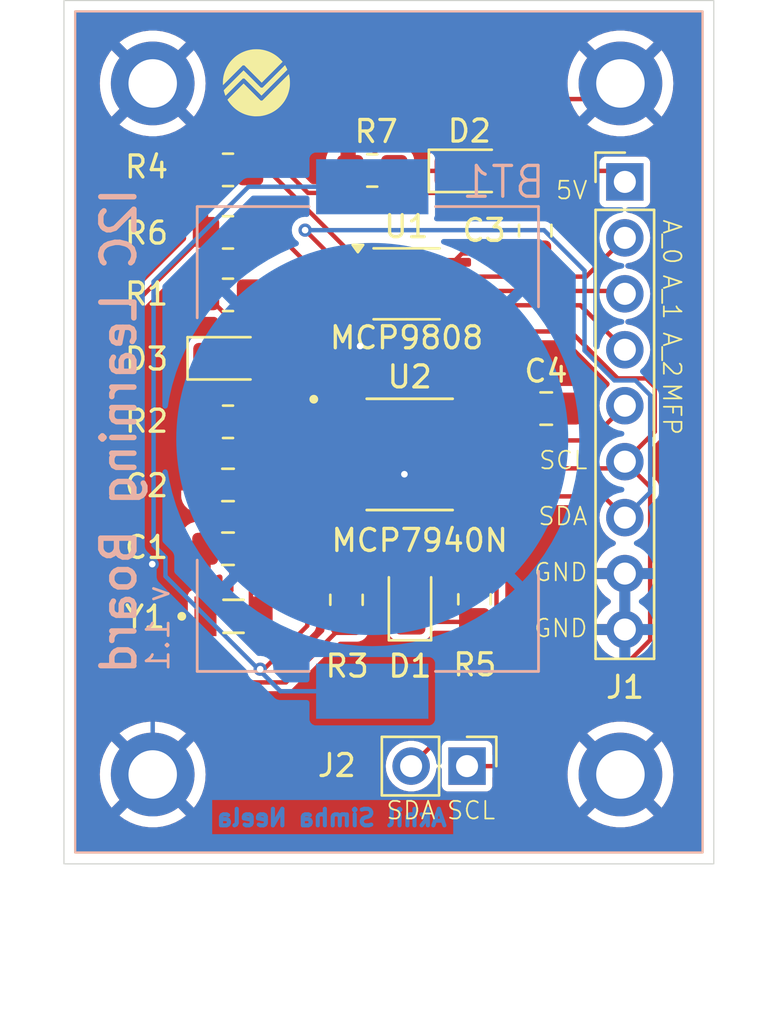
<source format=kicad_pcb>
(kicad_pcb (version 20240108) (generator "pcbnew") (generator_version "8.0")
  (title_block (date "2025-07-18"))
  (layers (0 "F.Cu" signal) (31 "B.Cu" signal) (34 "B.Paste" user) (35 "F.Paste" user) (36 "B.SilkS" user "B.Silkscreen") (37 "F.SilkS" user "F.Silkscreen") (38 "B.Mask" user) (39 "F.Mask" user) (44 "Edge.Cuts" user))
  (net 0 "")
  (net 1 "GND")
  (net 2 "Net-(U2-X1)")
  (net 3 "Net-(U2-X2)")
  (net 4 "MFP")
  (net 5 "Net-(D1-K)")
  (net 6 "+5V")
  (net 7 "Net-(D2-K)")
  (net 8 "Net-(D3-A)")
  (net 9 "Net-(D3-K)")
  (net 10 "Address_0")
  (net 11 "MCU_SCL")
  (net 12 "Address_1")
  (net 13 "MCU_SDA")
  (net 14 "Address_2")
  (net 15 "Net-(U2-VBAT)")
  (net 16 "Net-(U1-V_{DD})")
  (net 17 "Net-(U2-VCC)")
  (footprint "Resistor_SMD:R_0805_2012Metric_Pad1.20x1.40mm_HandSolder" (layer "F.Cu") (at 156.3625 99.3775 90)
    (property "Reference" "R5" (at -2.9725 0.0175 180) (layer "F.SilkS"))
    (property "Value" "150")
    (fp_line (start -0.227064 -0.735) (end 0.227064 -0.735) (stroke (width 0.12)) (layer "F.SilkS"))
    (fp_line (start -0.227064 0.735) (end 0.227064 0.735) (stroke (width 0.12)) (layer "F.SilkS"))
    (pad "1" smd roundrect (at -1 0 90) (size 1.2 1.4) (layers "F.Cu" "F.Paste" "F.Mask") (roundrect_rratio 0.208333) (net 5 "Net-(D1-K)"))
    (pad "2" smd roundrect (at 1 0 90) (size 1.2 1.4) (layers "F.Cu" "F.Paste" "F.Mask") (roundrect_rratio 0.208333) (net 1 "GND"))
  )
  (footprint "MountingHole:MountingHole_2.2mm_M2_DIN965_Pad" (layer "F.Cu") (at 141.75 107.33)
    (property "Reference" "H4" (hide yes))
    (property "Value" "MountingHole_Pad")
    (pad "1" thru_hole circle (at 0 0) (size 3.8 3.8) (drill 2.2) (layers "*.Cu" "*.Mask") (net 1 "GND"))
  )
  (footprint "Capacitor_SMD:C_0805_2012Metric_Pad1.18x1.45mm_HandSolder" (layer "F.Cu") (at 145.17 94.186428)
    (property "Reference" "C2" (at -3.7 0.030712 0) (layer "F.SilkS"))
    (property "Value" "6p")
    (fp_line (start -0.261252 -0.735) (end 0.261252 -0.735) (stroke (width 0.12)) (layer "F.SilkS"))
    (fp_line (start -0.261252 0.735) (end 0.261252 0.735) (stroke (width 0.12)) (layer "F.SilkS"))
    (pad "1" smd roundrect (at -1.0375 0) (size 1.175 1.45) (layers "F.Cu" "F.Paste" "F.Mask") (roundrect_rratio 0.212766) (net 1 "GND"))
    (pad "2" smd roundrect (at 1.0375 0) (size 1.175 1.45) (layers "F.Cu" "F.Paste" "F.Mask") (roundrect_rratio 0.212766) (net 3 "Net-(U2-X2)"))
  )
  (footprint "Resistor_SMD:R_0805_2012Metric_Pad1.20x1.40mm_HandSolder" (layer "F.Cu") (at 145.17 82.720716)
    (property "Reference" "R6" (at -3.7 0.030712 0) (layer "F.SilkS"))
    (property "Value" "10K")
    (fp_line (start -0.227064 -0.735) (end 0.227064 -0.735) (stroke (width 0.12)) (layer "F.SilkS"))
    (fp_line (start -0.227064 0.735) (end 0.227064 0.735) (stroke (width 0.12)) (layer "F.SilkS"))
    (pad "1" smd roundrect (at -1 0) (size 1.2 1.4) (layers "F.Cu" "F.Paste" "F.Mask") (roundrect_rratio 0.208333) (net 6 "+5V"))
    (pad "2" smd roundrect (at 1 0) (size 1.2 1.4) (layers "F.Cu" "F.Paste" "F.Mask") (roundrect_rratio 0.208333) (net 11 "MCU_SCL"))
  )
  (footprint "MountingHole:MountingHole_2.2mm_M2_DIN965_Pad" (layer "F.Cu") (at 141.75 75.96)
    (property "Reference" "H1" (hide yes))
    (property "Value" "MountingHole_Pad")
    (pad "1" thru_hole circle (at 0 0) (size 3.8 3.8) (drill 2.2) (layers "*.Cu" "*.Mask") (net 1 "GND"))
  )
  (footprint "Package_SO:MSOP-8_3x3mm_P0.65mm" (layer "F.Cu") (at 153.28 85.055)
    (property "Reference" "U1" (at -0.01 -2.595 0) (layer "F.SilkS"))
    (property "Value" "MCP9808" (at 0 2.45 0) (layer "F.SilkS"))
    (fp_line (start 0 -1.61) (end -1.5 -1.61) (stroke (width 0.12)) (layer "F.SilkS"))
    (fp_line (start 0 -1.61) (end 1.5 -1.61) (stroke (width 0.12)) (layer "F.SilkS"))
    (fp_line (start 0 1.61) (end -1.5 1.61) (stroke (width 0.12)) (layer "F.SilkS"))
    (fp_line (start 0 1.61) (end 1.5 1.61) (stroke (width 0.12)) (layer "F.SilkS"))
    (fp_poly (pts (xy -2.2125 -1.435) (xy -2.4525 -1.765) (xy -1.9725 -1.765) (xy -2.2125 -1.435)) (stroke (width 0.12)) (fill solid) (layer "F.SilkS"))
    (pad "1" smd roundrect (at -2.1125 -0.975) (size 1.625 0.4) (layers "F.Cu" "F.Paste" "F.Mask") (net 13 "MCU_SDA"))
    (pad "2" smd roundrect (at -2.1125 -0.325) (size 1.625 0.4) (layers "F.Cu" "F.Paste" "F.Mask") (net 11 "MCU_SCL"))
    (pad "3" smd roundrect (at -2.1125 0.325) (size 1.625 0.4) (layers "F.Cu" "F.Paste" "F.Mask") (net 8 "Net-(D3-A)"))
    (pad "4" smd roundrect (at -2.1125 0.975) (size 1.625 0.4) (layers "F.Cu" "F.Paste" "F.Mask") (net 1 "GND"))
    (pad "5" smd roundrect (at 2.1125 0.975) (size 1.625 0.4) (layers "F.Cu" "F.Paste" "F.Mask") (net 14 "Address_2"))
    (pad "6" smd roundrect (at 2.1125 0.325) (size 1.625 0.4) (layers "F.Cu" "F.Paste" "F.Mask") (net 12 "Address_1"))
    (pad "7" smd roundrect (at 2.1125 -0.325) (size 1.625 0.4) (layers "F.Cu" "F.Paste" "F.Mask") (net 10 "Address_0"))
    (pad "8" smd roundrect (at 2.1125 -0.975) (size 1.625 0.4) (layers "F.Cu" "F.Paste" "F.Mask") (net 16 "Net-(U1-V_{DD})"))
  )
  (footprint "Capacitor_SMD:C_0805_2012Metric_Pad1.18x1.45mm_HandSolder" (layer "F.Cu") (at 145.17 97.082856)
    (property "Reference" "C1" (at -3.7 -0.062144 0) (layer "F.SilkS"))
    (property "Value" "6p")
    (fp_line (start -0.261252 -0.735) (end 0.261252 -0.735) (stroke (width 0.12)) (layer "F.SilkS"))
    (fp_line (start -0.261252 0.735) (end 0.261252 0.735) (stroke (width 0.12)) (layer "F.SilkS"))
    (pad "1" smd roundrect (at -1.0375 0) (size 1.175 1.45) (layers "F.Cu" "F.Paste" "F.Mask") (roundrect_rratio 0.212766) (net 1 "GND"))
    (pad "2" smd roundrect (at 1.0375 0) (size 1.175 1.45) (layers "F.Cu" "F.Paste" "F.Mask") (roundrect_rratio 0.212766) (net 2 "Net-(U2-X1)"))
  )
  (footprint "LED_SMD:LED_0805_2012Metric_Pad1.15x1.40mm_HandSolder" (layer "F.Cu") (at 145.1925 88.438572)
    (property "Reference" "D3" (at -3.7225 0.030712 0) (layer "F.SilkS"))
    (property "Value" "ALERT_LED")
    (fp_line (start -1.86 -0.96) (end -1.86 0.96) (stroke (width 0.12)) (layer "F.SilkS"))
    (fp_line (start -1.86 0.96) (end 1 0.96) (stroke (width 0.12)) (layer "F.SilkS"))
    (fp_line (start 1 -0.96) (end -1.86 -0.96) (stroke (width 0.12)) (layer "F.SilkS"))
    (pad "1" smd roundrect (at -1.025 0) (size 1.15 1.4) (layers "F.Cu" "F.Paste" "F.Mask") (roundrect_rratio 0.217391) (net 9 "Net-(D3-K)"))
    (pad "2" smd roundrect (at 1.025 0) (size 1.15 1.4) (layers "F.Cu" "F.Paste" "F.Mask") (roundrect_rratio 0.217391) (net 8 "Net-(D3-A)"))
  )
  (footprint "Connector_PinHeader_2.54mm:PinHeader_1x02_P2.54mm_Vertical" (layer "F.Cu") (at 156.025 106.95 -90)
    (property "Reference" "J2" (at -0.03 5.915 0) (layer "F.SilkS"))
    (property "Value" "Logic Analyzer Connector Pins")
    (fp_line (start -1.33 3.87) (end 1.33 3.87) (stroke (width 0.12)) (layer "F.SilkS"))
    (fp_line (start -1.33 1.27) (end -1.33 3.87) (stroke (width 0.12)) (layer "F.SilkS"))
    (fp_line (start -1.33 1.27) (end 1.33 1.27) (stroke (width 0.12)) (layer "F.SilkS"))
    (fp_line (start 1.33 1.27) (end 1.33 3.87) (stroke (width 0.12)) (layer "F.SilkS"))
    (fp_line (start -1.33 0) (end -1.33 -1.33) (stroke (width 0.12)) (layer "F.SilkS"))
    (fp_line (start -1.33 -1.33) (end 0 -1.33) (stroke (width 0.12)) (layer "F.SilkS"))
    (pad "1" thru_hole rect (at 0 0 270) (size 1.7 1.7) (drill 1) (layers "*.Cu" "*.Mask") (net 11 "MCU_SCL"))
    (pad "2" thru_hole oval (at 0 2.54 270) (size 1.7 1.7) (drill 1) (layers "*.Cu" "*.Mask") (net 13 "MCU_SDA"))
  )
  (footprint "Resistor_SMD:R_0805_2012Metric_Pad1.20x1.40mm_HandSolder" (layer "F.Cu") (at 150.55 99.4 90)
    (property "Reference" "R3" (at -3.01 0.03 0) (layer "F.SilkS"))
    (property "Value" "10K")
    (fp_line (start -0.227064 -0.735) (end 0.227064 -0.735) (stroke (width 0.12)) (layer "F.SilkS"))
    (fp_line (start -0.227064 0.735) (end 0.227064 0.735) (stroke (width 0.12)) (layer "F.SilkS"))
    (pad "1" smd roundrect (at -1 0 90) (size 1.2 1.4) (layers "F.Cu" "F.Paste" "F.Mask") (roundrect_rratio 0.208333) (net 6 "+5V"))
    (pad "2" smd roundrect (at 1 0 90) (size 1.2 1.4) (layers "F.Cu" "F.Paste" "F.Mask") (roundrect_rratio 0.208333) (net 4 "MFP"))
  )
  (footprint "VMK3-9001-32K7680000TR:XTAL_VMK3-9001-32K7680000TR" (layer "F.Cu") (at 145.42 100.149288)
    (property "Reference" "Y1" (at -4.021428 0.030712 0) (layer "F.SilkS"))
    (property "Value" "Crystal" (hide yes))
    (fp_line (start -0.455 -0.75) (end 0.455 -0.75) (stroke (width 0.127)) (layer "F.SilkS"))
    (fp_line (start 0.455 0.75) (end -0.455 0.75) (stroke (width 0.127)) (layer "F.SilkS"))
    (fp_circle (center -2.35 0) (end -2.25 0) (stroke (width 0.2)) (fill none) (layer "F.SilkS"))
    (pad "1" smd rect (at -1.275 0) (size 1 1.8) (layers "F.Cu" "F.Paste" "F.Mask") (net 3 "Net-(U2-X2)"))
    (pad "2" smd rect (at 1.275 0) (size 1 1.8) (layers "F.Cu" "F.Paste" "F.Mask") (net 2 "Net-(U2-X1)"))
  )
  (footprint "Resistor_SMD:R_0805_2012Metric_Pad1.20x1.40mm_HandSolder" (layer "F.Cu") (at 145.17 91.32)
    (property "Reference" "R2" (at -3.7 -0.029288 180) (layer "F.SilkS"))
    (property "Value" "150" (hide yes))
    (fp_line (start -0.227064 -0.735) (end 0.227064 -0.735) (stroke (width 0.12)) (layer "F.SilkS"))
    (fp_line (start -0.227064 0.735) (end 0.227064 0.735) (stroke (width 0.12)) (layer "F.SilkS"))
    (pad "1" smd roundrect (at -1 0) (size 1.2 1.4) (layers "F.Cu" "F.Paste" "F.Mask") (roundrect_rratio 0.208333) (net 9 "Net-(D3-K)"))
    (pad "2" smd roundrect (at 1 0) (size 1.2 1.4) (layers "F.Cu" "F.Paste" "F.Mask") (roundrect_rratio 0.208333) (net 1 "GND"))
  )
  (footprint "Capacitor_SMD:C_0805_2012Metric_Pad1.18x1.45mm_HandSolder" (layer "F.Cu") (at 159.12 82.64 -90)
    (property "Reference" "C3" (at -0.01 2.32 180) (layer "F.SilkS"))
    (property "Value" "0.1u")
    (fp_line (start -0.261252 0.735) (end 0.261252 0.735) (stroke (width 0.12)) (layer "F.SilkS"))
    (fp_line (start -0.261252 -0.735) (end 0.261252 -0.735) (stroke (width 0.12)) (layer "F.SilkS"))
    (pad "1" smd roundrect (at -1.0375 0 270) (size 1.175 1.45) (layers "F.Cu" "F.Paste" "F.Mask") (roundrect_rratio 0.212766) (net 6 "+5V"))
    (pad "2" smd roundrect (at 1.0375 0 270) (size 1.175 1.45) (layers "F.Cu" "F.Paste" "F.Mask") (roundrect_rratio 0.212766) (net 16 "Net-(U1-V_{DD})"))
  )
  (footprint "Resistor_SMD:R_0805_2012Metric_Pad1.20x1.40mm_HandSolder" (layer "F.Cu") (at 145.17 79.884288)
    (property "Reference" "R4" (at -3.7 -0.134288 0) (layer "F.SilkS"))
    (property "Value" "10K")
    (fp_line (start -0.227064 -0.735) (end 0.227064 -0.735) (stroke (width 0.12)) (layer "F.SilkS"))
    (fp_line (start -0.227064 0.735) (end 0.227064 0.735) (stroke (width 0.12)) (layer "F.SilkS"))
    (pad "1" smd roundrect (at -1 0) (size 1.2 1.4) (layers "F.Cu" "F.Paste" "F.Mask") (roundrect_rratio 0.208333) (net 6 "+5V"))
    (pad "2" smd roundrect (at 1 0) (size 1.2 1.4) (layers "F.Cu" "F.Paste" "F.Mask") (roundrect_rratio 0.208333) (net 13 "MCU_SDA"))
  )
  (footprint "LED_SMD:LED_0805_2012Metric_Pad1.15x1.40mm_HandSolder" (layer "F.Cu") (at 153.43375 99.3775 90)
    (property "Reference" "D1" (at -3.0325 0 0) (layer "F.SilkS"))
    (property "Value" "LED")
    (fp_line (start 1 -0.96) (end -1.86 -0.96) (stroke (width 0.12)) (layer "F.SilkS"))
    (fp_line (start -1.86 -0.96) (end -1.86 0.96) (stroke (width 0.12)) (layer "F.SilkS"))
    (fp_line (start -1.86 0.96) (end 1 0.96) (stroke (width 0.12)) (layer "F.SilkS"))
    (pad "1" smd roundrect (at -1.025 0 90) (size 1.15 1.4) (layers "F.Cu" "F.Paste" "F.Mask") (roundrect_rratio 0.217391) (net 5 "Net-(D1-K)"))
    (pad "2" smd roundrect (at 1.025 0 90) (size 1.15 1.4) (layers "F.Cu" "F.Paste" "F.Mask") (roundrect_rratio 0.217391) (net 4 "MFP"))
  )
  (footprint "Resistor_SMD:R_0805_2012Metric_Pad1.20x1.40mm_HandSolder" (layer "F.Cu") (at 145.17 85.557144)
    (property "Reference" "R1" (at -3.7 -0.039288 0) (layer "F.SilkS"))
    (property "Value" "10k")
    (fp_line (start -0.227064 -0.735) (end 0.227064 -0.735) (stroke (width 0.12)) (layer "F.SilkS"))
    (fp_line (start -0.227064 0.735) (end 0.227064 0.735) (stroke (width 0.12)) (layer "F.SilkS"))
    (pad "1" smd roundrect (at -1 0) (size 1.2 1.4) (layers "F.Cu" "F.Paste" "F.Mask") (roundrect_rratio 0.208333) (net 6 "+5V"))
    (pad "2" smd roundrect (at 1 0) (size 1.2 1.4) (layers "F.Cu" "F.Paste" "F.Mask") (roundrect_rratio 0.208333) (net 8 "Net-(D3-A)"))
  )
  (footprint "Resistor_SMD:R_0805_2012Metric_Pad1.20x1.40mm_HandSolder" (layer "F.Cu") (at 151.72 79.91 180)
    (property "Reference" "R7" (at -0.18 1.77 180) (layer "F.SilkS"))
    (property "Value" "150")
    (fp_line (start -0.227064 0.735) (end 0.227064 0.735) (stroke (width 0.12)) (layer "F.SilkS"))
    (fp_line (start -0.227064 -0.735) (end 0.227064 -0.735) (stroke (width 0.12)) (layer "F.SilkS"))
    (pad "1" smd roundrect (at -1 0 180) (size 1.2 1.4) (layers "F.Cu" "F.Paste" "F.Mask") (roundrect_rratio 0.208333) (net 7 "Net-(D2-K)"))
    (pad "2" smd roundrect (at 1 0 180) (size 1.2 1.4) (layers "F.Cu" "F.Paste" "F.Mask") (roundrect_rratio 0.208333) (net 1 "GND"))
  )
  (footprint "Connector_PinHeader_2.54mm:PinHeader_1x09_P2.54mm_Vertical" (layer "F.Cu") (at 163.19 80.43)
    (property "Reference" "J1" (at 0.01 22.94 0) (layer "F.SilkS"))
    (property "Value" "Conn_01x09_Pin")
    (fp_line (start -1.33 -1.33) (end 0 -1.33) (stroke (width 0.12)) (layer "F.SilkS"))
    (fp_line (start -1.33 0) (end -1.33 -1.33) (stroke (width 0.12)) (layer "F.SilkS"))
    (fp_line (start -1.33 1.27) (end -1.33 21.65) (stroke (width 0.12)) (layer "F.SilkS"))
    (fp_line (start -1.33 1.27) (end 1.33 1.27) (stroke (width 0.12)) (layer "F.SilkS"))
    (fp_line (start -1.33 21.65) (end 1.33 21.65) (stroke (width 0.12)) (layer "F.SilkS"))
    (fp_line (start 1.33 1.27) (end 1.33 21.65) (stroke (width 0.12)) (layer "F.SilkS"))
    (pad "1" thru_hole rect (at 0 0) (size 1.7 1.7) (drill 1) (layers "*.Cu" "*.Mask") (net 6 "+5V"))
    (pad "2" thru_hole oval (at 0 2.54) (size 1.7 1.7) (drill 1) (layers "*.Cu" "*.Mask") (net 10 "Address_0"))
    (pad "3" thru_hole oval (at 0 5.08) (size 1.7 1.7) (drill 1) (layers "*.Cu" "*.Mask") (net 12 "Address_1"))
    (pad "4" thru_hole oval (at 0 7.62) (size 1.7 1.7) (drill 1) (layers "*.Cu" "*.Mask") (net 14 "Address_2"))
    (pad "5" thru_hole oval (at 0 10.16) (size 1.7 1.7) (drill 1) (layers "*.Cu" "*.Mask") (net 4 "MFP"))
    (pad "6" thru_hole oval (at 0 12.7) (size 1.7 1.7) (drill 1) (layers "*.Cu" "*.Mask") (net 11 "MCU_SCL"))
    (pad "7" thru_hole oval (at 0 15.24) (size 1.7 1.7) (drill 1) (layers "*.Cu" "*.Mask") (net 13 "MCU_SDA"))
    (pad "8" thru_hole oval (at 0 17.78) (size 1.7 1.7) (drill 1) (layers "*.Cu" "*.Mask") (net 1 "GND"))
    (pad "9" thru_hole oval (at 0 20.32) (size 1.7 1.7) (drill 1) (layers "*.Cu" "*.Mask") (net 1 "GND"))
  )
  (footprint "N_Logo:NLogo.kicad_4mm" (layer "F.Cu") (at 146.46 75.93)
    (property "Reference" "G***" (hide yes))
    (property "Value" "LOGO" (hide yes))
    (fp_poly (pts (xy 1.320774 -0.761145) (xy 1.334532 -0.736435) (xy 1.349506 -0.708294) (xy 1.36456 -0.678956) (xy 1.37856 -0.650657) (xy 1.390371 -0.625634) (xy 1.396137 -0.612649) (xy 1.405287 -0.591298) (xy 0.81765 -0.003651) (xy 0.230012 0.583997) (xy -0.158002 0.195998) (xy -0.546016 -0.192) (xy -0.58196 -0.192) (xy -0.617905 -0.192) (xy -1.00998 0.2) (xy -1.056621 0.246615) (xy -1.101711 0.291652) (xy -1.144927 0.334786) (xy -1.185946 0.375698) (xy -1.224443 0.414063) (xy -1.260096 0.449562) (xy -1.292579 0.481871) (xy -1.321569 0.51067) (xy -1.346743 0.535635) (xy -1.367777 0.556445) (xy -1.384347 0.572778) (xy -1.396128 0.584313) (xy -1.402799 0.590727) (xy -1.404248 0.592) (xy -1.406329 0.588457) (xy -1.410612 0.578692) (xy -1.416565 0.564001) (xy -1.423654 0.545681) (xy -1.427549 0.535322) (xy -1.436023 0.51152) (xy -1.445543 0.483051) (xy -1.455462 0.452019) (xy -1.46513 0.420526) (xy -1.4739 0.390677) (xy -1.481123 0.364574) (xy -1.485339 0.347854) (xy -1.485275 0.34614) (xy -1.484255 0.34362) (xy -1.482029 0.340036) (xy -1.478342 0.335129) (xy -1.472944 0.328638) (xy -1.465582 0.320305) (xy -1.456003 0.30987) (xy -1.443954 0.297074) (xy -1.429185 0.281657) (xy -1.411441 0.263361) (xy -1.390471 0.241925) (xy -1.366023 0.21709) (xy -1.337844 0.188597) (xy -1.305682 0.156186) (xy -1.269284 0.119599) (xy -1.228398 0.078575) (xy -1.182771 0.032855) (xy -1.132152 -0.01782) (xy -1.076288 -0.07371) (xy -1.035873 -0.114128) (xy -0.584022 -0.565966) (xy -0.190963 -0.172983) (xy 0.202095 0.22) (xy 0.240041 0.22) (xy 0.277988 0.22) (xy 0.788144 -0.290145) (xy 1.2983 -0.800289)) (fill solid) (layer "F.SilkS"))
    (fp_poly (pts (xy 0.022726 -1.522132) (xy 0.066877 -1.521384) (xy 0.108362 -1.51989) (xy 0.145409 -1.517652) (xy 0.176 -1.5147) (xy 0.286889 -1.497136) (xy 0.395092 -1.472108) (xy 0.500396 -1.439708) (xy 0.602588 -1.400027) (xy 0.701454 -1.353157) (xy 0.79678 -1.29919) (xy 0.888355 -1.238217) (xy 0.974732 -1.171355) (xy 0.993358 -1.15532) (xy 1.014266 -1.136398) (xy 1.036723 -1.11534) (xy 1.059998 -1.092893) (xy 1.083361 -1.069808) (xy 1.106081 -1.046833) (xy 1.127427 -1.024718) (xy 1.146667 -1.004212) (xy 1.16307 -0.986064) (xy 1.175906 -0.971023) (xy 1.184443 -0.959839) (xy 1.187951 -0.953261) (xy 1.188 -0.952787) (xy 1.185218 -0.949702) (xy 1.177069 -0.941259) (xy 1.163844 -0.927752) (xy 1.145838 -0.909475) (xy 1.123342 -0.886724) (xy 1.096649 -0.859792) (xy 1.066053 -0.828974) (xy 1.031846 -0.794565) (xy 0.99432 -0.756859) (xy 0.95377 -0.716151) (xy 0.910487 -0.672736) (xy 0.864764 -0.626907) (xy 0.816894 -0.578959) (xy 0.76717 -0.529188) (xy 0.715885 -0.477886) (xy 0.71402 -0.476021) (xy 0.240041 -0.002054) (xy -0.153068 -0.395027) (xy -0.546176 -0.788) (xy -0.584082 -0.788) (xy -0.621987 -0.788) (xy -1.070628 -0.339373) (xy -1.519268 0.109254) (xy -1.522181 0.085938) (xy -1.523226 0.0716) (xy -1.523743 0.050721) (xy -1.523777 0.024739) (xy -1.523371 -0.004909) (xy -1.522569 -0.036783) (xy -1.521415 -0.069446) (xy -1.519954 -0.10146) (xy -1.518228 -0.131386) (xy -1.516282 -0.157786) (xy -1.51416 -0.179222) (xy -1.514067 -0.18) (xy -1.496857 -0.289218) (xy -1.471938 -0.396474) (xy -1.439429 -0.501448) (xy -1.399449 -0.603818) (xy -1.35212 -0.703262) (xy -1.297562 -0.799458) (xy -1.262408 -0.854) (xy -1.208204 -0.928609) (xy -1.147352 -1.001965) (xy -1.081201 -1.072693) (xy -1.011102 -1.139417) (xy -0.938405 -1.200762) (xy -0.876733 -1.24684) (xy -0.784357 -1.306895) (xy -0.688199 -1.359951) (xy -0.588532 -1.405902) (xy -0.485634 -1.444643) (xy -0.37978 -1.476069) (xy -0.271244 -1.500074) (xy -0.176 -1.5147) (xy -0.145098 -1.517676) (xy -0.108003 -1.519907) (xy -0.066486 -1.521394) (xy -0.022319 -1.522135)) (fill solid) (layer "F.SilkS"))
    (fp_poly (pts (xy 1.478209 -0.376297) (xy 1.483525 -0.354357) (xy 1.489305 -0.327497) (xy 1.495265 -0.297222) (xy 1.501116 -0.265039) (xy 1.506573 -0.232454) (xy 1.51135 -0.200973) (xy 1.514686 -0.176) (xy 1.517667 -0.145109) (xy 1.519902 -0.108024) (xy 1.521391 -0.066515) (xy 1.522135 -0.022354) (xy 1.522133 0.022688) (xy 1.521386 0.066839) (xy 1.519893 0.10833) (xy 1.517653 0.145389) (xy 1.514699 0.176) (xy 1.497102 0.287226) (xy 1.472047 0.395599) (xy 1.439559 0.50105) (xy 1.399664 0.603508) (xy 1.352388 0.702907) (xy 1.297755 0.799177) (xy 1.262407 0.854) (xy 1.208203 0.928608) (xy 1.147351 1.001964) (xy 1.0812 1.072692) (xy 1.011101 1.139416) (xy 0.938404 1.200761) (xy 0.876732 1.246839) (xy 0.784713 1.306639) (xy 0.68871 1.359608) (xy 0.589178 1.405573) (xy 0.48657 1.444358) (xy 0.38134 1.475791) (xy 0.273943 1.499697) (xy 0.18 1.514126) (xy 0.161813 1.515874) (xy 0.137585 1.517511) (xy 0.108791 1.518998) (xy 0.076906 1.520298) (xy 0.043403 1.52137) (xy 0.009759 1.522179) (xy -0.022552 1.522684) (xy -0.052057 1.522848) (xy -0.077279 1.522633) (xy -0.096745 1.522) (xy -0.104 1.521502) (xy -0.201664 1.510549) (xy -0.293507 1.495561) (xy -0.380805 1.476197) (xy -0.464834 1.452119) (xy -0.546868 1.422987) (xy -0.628183 1.388461) (xy -0.66 1.373448) (xy -0.749106 1.327045) (xy -0.83221 1.276921) (xy -0.910662 1.222102) (xy -0.985814 1.161618) (xy -1.059016 1.094498) (xy -1.08823 1.065394) (xy -1.13441 1.016204) (xy -1.179153 0.964398) (xy -1.221258 0.911512) (xy -1.259526 0.859084) (xy -1.292756 0.808648) (xy -1.305979 0.78661) (xy -1.317217 0.767221) (xy -0.949512 0.399516) (xy -0.581807 0.031811) (xy -0.1943 0.419905) (xy 0.193206 0.808) (xy 0.229598 0.808) (xy 0.26599 0.808) (xy 0.868809 0.20519) (xy 0.945694 0.128343) (xy 1.017538 0.05661) (xy 1.084297 -0.009968) (xy 1.145932 -0.071348) (xy 1.202399 -0.127491) (xy 1.253657 -0.178353) (xy 1.299664 -0.223894) (xy 1.340377 -0.264073) (xy 1.375756 -0.298849) (xy 1.405757 -0.328178) (xy 1.43034 -0.352021) (xy 1.449461 -0.370337) (xy 1.46308 -0.383082) (xy 1.471154 -0.390217) (xy 1.473645 -0.39181)) (fill solid) (layer "F.SilkS"))
  )
  (footprint "MountingHole:MountingHole_2.2mm_M2_DIN965_Pad" (layer "F.Cu") (at 162.99 107.33)
    (property "Reference" "H3" (hide yes))
    (property "Value" "MountingHole_Pad")
    (pad "1" thru_hole circle (at 0 0) (size 3.8 3.8) (drill 2.2) (layers "*.Cu" "*.Mask") (net 1 "GND"))
  )
  (footprint "MCP7940N-I_SN:SOIC127P600X175-8N" (layer "F.Cu") (at 153.42 92.8)
    (property "Reference" "U2" (at 0 -3.52 0) (layer "F.SilkS"))
    (property "Value" "MCP7940N" (at 0.455 3.905 0) (layer "F.SilkS"))
    (fp_line (start -1.95 -2.525) (end 1.95 -2.525) (stroke (width 0.127)) (layer "F.SilkS"))
    (fp_line (start -1.95 2.525) (end 1.95 2.525) (stroke (width 0.127)) (layer "F.SilkS"))
    (fp_circle (center -4.355 -2.505) (end -4.255 -2.505) (stroke (width 0.2)) (fill none) (layer "F.SilkS"))
    (pad "1" smd roundrect (at -2.455 -1.905) (size 1.9 0.6) (layers "F.Cu" "F.Paste" "F.Mask") (roundrect_rratio 0.125) (net 2 "Net-(U2-X1)"))
    (pad "2" smd roundrect (at -2.455 -0.635) (size 1.9 0.6) (layers "F.Cu" "F.Paste" "F.Mask") (roundrect_rratio 0.125) (net 3 "Net-(U2-X2)"))
    (pad "3" smd roundrect (at -2.455 0.635) (size 1.9 0.6) (layers "F.Cu" "F.Paste" "F.Mask") (roundrect_rratio 0.125) (net 15 "Net-(U2-VBAT)"))
    (pad "4" smd roundrect (at -2.455 1.905) (size 1.9 0.6) (layers "F.Cu" "F.Paste" "F.Mask") (roundrect_rratio 0.125) (net 1 "GND"))
    (pad "5" smd roundrect (at 2.455 1.905) (size 1.9 0.6) (layers "F.Cu" "F.Paste" "F.Mask") (roundrect_rratio 0.125) (net 13 "MCU_SDA"))
    (pad "6" smd roundrect (at 2.455 0.635) (size 1.9 0.6) (layers "F.Cu" "F.Paste" "F.Mask") (roundrect_rratio 0.125) (net 11 "MCU_SCL"))
    (pad "7" smd roundrect (at 2.455 -0.635) (size 1.9 0.6) (layers "F.Cu" "F.Paste" "F.Mask") (roundrect_rratio 0.125) (net 4 "MFP"))
    (pad "8" smd roundrect (at 2.455 -1.905) (size 1.9 0.6) (layers "F.Cu" "F.Paste" "F.Mask") (roundrect_rratio 0.125) (net 17 "Net-(U2-VCC)"))
  )
  (footprint "MountingHole:MountingHole_2.2mm_M2_DIN965_Pad" (layer "F.Cu") (at 162.99 75.96)
    (property "Reference" "H2" (hide yes))
    (property "Value" "MountingHole_Pad")
    (pad "1" thru_hole circle (at 0 0) (size 3.8 3.8) (drill 2.2) (layers "*.Cu" "*.Mask") (net 1 "GND"))
  )
  (footprint "Capacitor_SMD:C_0805_2012Metric_Pad1.18x1.45mm_HandSolder" (layer "F.Cu") (at 159.62 90.72 180)
    (property "Reference" "C4" (at 0.01 1.7 180) (layer "F.SilkS"))
    (property "Value" "0.1u")
    (fp_line (start -0.261252 0.735) (end 0.261252 0.735) (stroke (width 0.12)) (layer "F.SilkS"))
    (fp_line (start -0.261252 -0.735) (end 0.261252 -0.735) (stroke (width 0.12)) (layer "F.SilkS"))
    (pad "1" smd roundrect (at -1.0375 0 180) (size 1.175 1.45) (layers "F.Cu" "F.Paste" "F.Mask") (roundrect_rratio 0.212766) (net 6 "+5V"))
    (pad "2" smd roundrect (at 1.0375 0 180) (size 1.175 1.45) (layers "F.Cu" "F.Paste" "F.Mask") (roundrect_rratio 0.212766) (net 17 "Net-(U2-VCC)"))
  )
  (footprint "LED_SMD:LED_0805_2012Metric_Pad1.15x1.40mm_HandSolder" (layer "F.Cu") (at 156.15 79.93)
    (property "Reference" "D2" (at -0.02 -1.81 0) (layer "F.SilkS"))
    (property "Value" "PWR_LED")
    (fp_line (start -1.86 -0.96) (end -1.86 0.96) (stroke (width 0.12)) (layer "F.SilkS"))
    (fp_line (start -1.86 0.96) (end 1 0.96) (stroke (width 0.12)) (layer "F.SilkS"))
    (fp_line (start 1 -0.96) (end -1.86 -0.96) (stroke (width 0.12)) (layer "F.SilkS"))
    (pad "1" smd roundrect (at -1.025 0) (size 1.15 1.4) (layers "F.Cu" "F.Paste" "F.Mask") (roundrect_rratio 0.217391) (net 7 "Net-(D2-K)"))
    (pad "2" smd roundrect (at 1.025 0) (size 1.15 1.4) (layers "F.Cu" "F.Paste" "F.Mask") (roundrect_rratio 0.217391) (net 6 "+5V"))
  )
  (footprint "BAT-HLD-002-SMT:BAT_BAT-HLD-002-SMT" (layer "B.Cu") (at 151.72 92.1 90)
    (property "Reference" "BT1" (at 11.66 5.96 0) (layer "B.SilkS") (effects (font (size 1.4 1.4)) (justify mirror)))
    (property "Value" "Battery_Cell")
    (fp_line (start 10.55 -7.95) (end 5.5 -7.95) (stroke (width 0.127)) (layer "B.SilkS"))
    (fp_line (start -5.5 -7.95) (end -10.55 -7.95) (stroke (width 0.127)) (layer "B.SilkS"))
    (fp_line (start -10.55 -7.95) (end -10.55 -2.87) (stroke (width 0.127)) (layer "B.SilkS"))
    (fp_line (start 10.55 -2.87) (end 10.55 -7.95) (stroke (width 0.127)) (layer "B.SilkS"))
    (fp_line (start 10.55 2.87) (end 10.55 7.55) (stroke (width 0.127)) (layer "B.SilkS"))
    (fp_line (start 10.55 7.55) (end 6 7.55) (stroke (width 0.127)) (layer "B.SilkS"))
    (fp_line (start -6 7.55) (end -10.55 7.55) (stroke (width 0.127)) (layer "B.SilkS"))
    (fp_line (start -10.55 7.55) (end -10.55 2.87) (stroke (width 0.127)) (layer "B.SilkS"))
    (pad "N" smd circle (at 0 0 90) (size 17.8 17.8) (layers "B.Cu" "B.Mask") (net 1 "GND"))
    (pad "P1" smd rect (at -11.45 0 90) (size 2.5 5.1) (layers "B.Cu" "B.Paste" "B.Mask") (net 15 "Net-(U2-VBAT)"))
    (pad "P2" smd rect (at 11.45 0 90) (size 2.5 5.1) (layers "B.Cu" "B.Paste" "B.Mask") (net 15 "Net-(U2-VBAT)"))
  )
  (gr_rect (start 138.23 72.69) (end 166.72 110.87) (stroke (width 0.1)) (fill none) (layer "B.SilkS"))
  (gr_rect (start 138.23 72.69) (end 166.72 110.87) (stroke (width 0.1)) (fill none) (layer "F.SilkS"))
  (gr_rect (start 137.72 72.1975) (end 167.23 111.3875) (stroke (width 0.05)) (fill none) (layer "Edge.Cuts"))
  (gr_text "Akhil Simha Neela" (at 155.19 109.74 -0) (layer "B.Cu") (effects (font (size 0.75 0.75) (thickness 0.1875) (bold yes)) (justify left bottom mirror)))
  (gr_text "v 1.1" (at 142.58 98.66 90) (layer "B.SilkS") (effects (font (size 1 1) (thickness 0.125) (bold yes)) (justify left bottom mirror)))
  (gr_text "I2C Learning Board" (at 141.09 80.58 90) (layer "B.SilkS") (effects (font (size 1.5 1.5) (thickness 0.25) (bold yes)) (justify left bottom mirror)))
  (gr_text "A_0" (at 164.86 82.07 -90) (layer "F.SilkS") (effects (font (size 0.8 0.8) (thickness 0.08)) (justify left bottom)))
  (gr_text "SCL" (at 155.05 109.43 0) (layer "F.SilkS") (effects (font (size 0.8 0.8) (thickness 0.08)) (justify left bottom)))
  (gr_text "SDA" (at 152.3 109.43 0) (layer "F.SilkS") (effects (font (size 0.8 0.8) (thickness 0.08)) (justify left bottom)))
  (gr_text "A_1" (at 164.86 84.58 -90) (layer "F.SilkS") (effects (font (size 0.8 0.8) (thickness 0.08)) (justify left bottom)))
  (gr_text "MFP" (at 164.86 89.48 -90) (layer "F.SilkS") (effects (font (size 0.8 0.8) (thickness 0.08)) (justify left bottom)))
  (gr_text "GND" (at 159.01 98.61875 0) (layer "F.SilkS") (effects (font (size 0.8 0.8) (thickness 0.08)) (justify left bottom)))
  (gr_text "GND" (at 159.01 101.16 0) (layer "F.SilkS") (effects (font (size 0.8 0.8) (thickness 0.08)) (justify left bottom)))
  (gr_text "SDA" (at 159.200476 96.0775 0) (layer "F.SilkS") (effects (font (size 0.8 0.8) (thickness 0.08)) (justify left bottom)))
  (gr_text "5V" (at 160.000476 81.28 0) (layer "F.SilkS") (effects (font (size 0.8 0.8) (thickness 0.08)) (justify left bottom)))
  (gr_text "A_2" (at 164.86 87.18 -90) (layer "F.SilkS") (effects (font (size 0.8 0.8) (thickness 0.08)) (justify left bottom)))
  (gr_text "SCL" (at 159.238571 93.53625 0) (layer "F.SilkS") (effects (font (size 0.8 0.8) (thickness 0.08)) (justify left bottom)))
  (segment (start 152.175 94.705) (end 153.18 93.7) (width 0.2) (layer "F.Cu") (net 1))
  (segment (start 150.965 94.705) (end 152.175 94.705) (width 0.2) (layer "F.Cu") (net 1))
  (segment (start 141.73 97.78) (end 142.427144 97.082856) (width 0.2) (layer "F.Cu") (net 1))
  (segment (start 150.38 79.595) (end 150.38 76.99) (width 0.2) (layer "F.Cu") (net 1))
  (segment (start 162.33 76.67) (end 150.7 76.67) (width 0.2) (layer "F.Cu") (net 1))
  (segment (start 151.1675 86.03) (end 151.1675 87.8775) (width 0.2) (layer "F.Cu") (net 1))
  (segment (start 142.427144 97.082856) (end 144.1325 97.082856) (width 0.2) (layer "F.Cu") (net 1))
  (segment (start 150.695 79.91) (end 150.38 79.595) (width 0.2) (layer "F.Cu") (net 1))
  (segment (start 150.38 76.99) (end 150.7 76.67) (width 0.2) (layer "F.Cu") (net 1))
  (segment (start 163.06 75.94) (end 162.33 76.67) (width 0.2) (layer "F.Cu") (net 1))
  (segment (start 151.1675 87.8775) (end 151.17 87.88) (width 0.2) (layer "F.Cu") (net 1))
  (segment (start 163.19 100.75) (end 163.19 98.21) (width 0.2) (layer "F.Cu") (net 1))
  (via (at 151.17 87.88) (size 0.6) (drill 0.3) (layers "F.Cu" "B.Cu") (net 1))
  (via (at 141.73 97.78) (size 0.6) (drill 0.3) (layers "F.Cu" "B.Cu") (net 1))
  (via (at 153.18 93.7) (size 0.6) (drill 0.3) (layers "F.Cu" "B.Cu") (net 1))
  (segment (start 141.73 97.78) (end 141.75 97.8) (width 0.2) (layer "B.Cu") (net 1))
  (segment (start 141.75 97.8) (end 141.75 107.33) (width 0.2) (layer "B.Cu") (net 1))
  (segment (start 152.215 92.54741) (end 151.99741 92.765) (width 0.2) (layer "F.Cu") (net 2))
  (segment (start 146.2075 99.661788) (end 146.695 100.149288) (width 0.2) (layer "F.Cu") (net 2))
  (segment (start 151.914999 90.895) (end 152.215 91.195001) (width 0.2) (layer "F.Cu") (net 2))
  (segment (start 146.2075 97.082856) (end 146.2075 99.661788) (width 0.2) (layer "F.Cu") (net 2))
  (segment (start 151.99741 92.765) (end 149.965 92.765) (width 0.2) (layer "F.Cu") (net 2))
  (segment (start 146.2075 96.5225) (end 146.2075 97.082856) (width 0.2) (layer "F.Cu") (net 2))
  (segment (start 152.215 91.195001) (end 152.215 92.54741) (width 0.2) (layer "F.Cu") (net 2))
  (segment (start 150.965 90.895) (end 151.914999 90.895) (width 0.2) (layer "F.Cu") (net 2))
  (segment (start 149.965 92.765) (end 146.2075 96.5225) (width 0.2) (layer "F.Cu") (net 2))
  (segment (start 146.2075 94.186428) (end 146.283572 94.186428) (width 0.2) (layer "F.Cu") (net 3))
  (segment (start 148.305 92.165) (end 150.965 92.165) (width 0.2) (layer "F.Cu") (net 3))
  (segment (start 145.32 98.974288) (end 145.32 95.073928) (width 0.2) (layer "F.Cu") (net 3))
  (segment (start 145.32 95.073928) (end 146.2075 94.186428) (width 0.2) (layer "F.Cu") (net 3))
  (segment (start 144.145 100.149288) (end 145.32 98.974288) (width 0.2) (layer "F.Cu") (net 3))
  (segment (start 146.283572 94.186428) (end 148.305 92.165) (width 0.2) (layer "F.Cu") (net 3))
  (segment (start 155.875 92.165) (end 161.615 92.165) (width 0.2) (layer "F.Cu") (net 4))
  (segment (start 153.43375 98.3525) (end 154.625 97.16125) (width 0.2) (layer "F.Cu") (net 4))
  (segment (start 150.5975 98.3525) (end 150.55 98.4) (width 0.2) (layer "F.Cu") (net 4))
  (segment (start 161.615 92.165) (end 163.19 90.59) (width 0.2) (layer "F.Cu") (net 4))
  (segment (start 154.625 92.465001) (end 154.925001 92.165) (width 0.2) (layer "F.Cu") (net 4))
  (segment (start 154.625 97.16125) (end 154.625 92.465001) (width 0.2) (layer "F.Cu") (net 4))
  (segment (start 154.925001 92.165) (end 155.875 92.165) (width 0.2) (layer "F.Cu") (net 4))
  (segment (start 153.43375 98.3525) (end 150.5975 98.3525) (width 0.2) (layer "F.Cu") (net 4))
  (segment (start 156.3625 100.4025) (end 153.43375 100.4025) (width 0.2) (layer "F.Cu") (net 5))
  (segment (start 145.3425 86.729644) (end 144.17 85.557144) (width 0.2) (layer "F.Cu") (net 6))
  (segment (start 145.145712 103.15) (end 147.8 103.15) (width 0.2) (layer "F.Cu") (net 6))
  (segment (start 148.800456 80.93) (end 146.754744 78.884288) (width 0.2) (layer "F.Cu") (net 6))
  (segment (start 144.17 79.884288) (end 144.17 82.720716) (width 0.2) (layer "F.Cu") (net 6))
  (segment (start 147.8 103.15) (end 150.55 100.4) (width 0.2) (layer "F.Cu") (net 6))
  (segment (start 145.3425 89.123316) (end 145.3425 86.729644) (width 0.2) (layer "F.Cu") (net 6))
  (segment (start 162.69 79.93) (end 163.19 80.43) (width 0.2) (layer "F.Cu") (net 6))
  (segment (start 153.19741 91.495) (end 151.140982 89.438572) (width 0.2) (layer "F.Cu") (net 6))
  (segment (start 157.4475 79.93) (end 157.175 79.93) (width 0.2) (layer "F.Cu") (net 6))
  (segment (start 159.12 81.6025) (end 157.4475 79.93) (width 0.2) (layer "F.Cu") (net 6))
  (segment (start 157.175 79.93) (end 162.69 79.93) (width 0.2) (layer "F.Cu") (net 6))
  (segment (start 144.17 82.720716) (end 139.6 87.290716) (width 0.2) (layer "F.Cu") (net 6))
  (segment (start 146.754744 78.884288) (end 145.17 78.884288) (width 0.2) (layer "F.Cu") (net 6))
  (segment (start 159.6325 91.745) (end 157.685 91.745) (width 0.2) (layer "F.Cu") (net 6))
  (segment (start 157.175 79.93) (end 156.175 80.93) (width 0.2) (layer "F.Cu") (net 6))
  (segment (start 145.17 78.884288) (end 144.17 79.884288) (width 0.2) (layer "F.Cu") (net 6))
  (segment (start 151.140982 89.438572) (end 145.657756 89.438572) (width 0.2) (layer "F.Cu") (net 6))
  (segment (start 144.17 82.720716) (end 144.17 85.557144) (width 0.2) (layer "F.Cu") (net 6))
  (segment (start 160.6575 90.72) (end 159.6325 91.745) (width 0.2) (layer "F.Cu") (net 6))
  (segment (start 157.435 91.495) (end 153.19741 91.495) (width 0.2) (layer "F.Cu") (net 6))
  (segment (start 139.6 87.290716) (end 139.6 97.604288) (width 0.2) (layer "F.Cu") (net 6))
  (segment (start 157.685 91.745) (end 157.435 91.495) (width 0.2) (layer "F.Cu") (net 6))
  (segment (start 139.6 97.604288) (end 145.145712 103.15) (width 0.2) (layer "F.Cu") (net 6))
  (segment (start 156.175 80.93) (end 148.800456 80.93) (width 0.2) (layer "F.Cu") (net 6))
  (segment (start 145.657756 89.438572) (end 145.3425 89.123316) (width 0.2) (layer "F.Cu") (net 6))
  (segment (start 152.765 79.93) (end 152.745 79.91) (width 0.2) (layer "F.Cu") (net 7))
  (segment (start 155.125 79.93) (end 152.765 79.93) (width 0.2) (layer "F.Cu") (net 7))
  (segment (start 146.17 85.557144) (end 146.17 88.391072) (width 0.2) (layer "F.Cu") (net 8))
  (segment (start 151.1675 85.38) (end 146.347144 85.38) (width 0.2) (layer "F.Cu") (net 8))
  (segment (start 146.17 88.391072) (end 146.2175 88.438572) (width 0.2) (layer "F.Cu") (net 8))
  (segment (start 146.347144 85.38) (end 146.17 85.557144) (width 0.2) (layer "F.Cu") (net 8))
  (segment (start 144.17 91.32) (end 144.17 88.441072) (width 0.2) (layer "F.Cu") (net 9))
  (segment (start 144.17 88.441072) (end 144.1675 88.438572) (width 0.2) (layer "F.Cu") (net 9))
  (segment (start 161.43 84.73) (end 163.19 82.97) (width 0.2) (layer "F.Cu") (net 10))
  (segment (start 155.3925 84.73) (end 161.43 84.73) (width 0.2) (layer "F.Cu") (net 10))
  (segment (start 164.55 89.74) (end 164.55 91.77) (width 0.2) (layer "F.Cu") (net 11))
  (segment (start 151.1675 84.73) (end 152.26 84.73) (width 0.2) (layer "F.Cu") (net 11))
  (segment (start 163.19 93.13) (end 164.34 94.28) (width 0.2) (layer "F.Cu") (net 11))
  (segment (start 164.34 94.28) (end 164.34 101.226346) (width 0.2) (layer "F.Cu") (net 11))
  (segment (start 152.26 84.73) (end 154.75 87.22) (width 0.2) (layer "F.Cu") (net 11))
  (segment (start 147.340716 82.720716) (end 149.35 84.73) (width 0.2) (layer "F.Cu") (net 11))
  (segment (start 146.17 82.720716) (end 147.340716 82.720716) (width 0.2) (layer "F.Cu") (net 11))
  (segment (start 164.34 101.226346) (end 158.616346 106.95) (width 0.2) (layer "F.Cu") (net 11))
  (segment (start 149.35 84.73) (end 151.1675 84.73) (width 0.2) (layer "F.Cu") (net 11))
  (segment (start 162.863654 89.35) (end 164.16 89.35) (width 0.2) (layer "F.Cu") (net 11))
  (segment (start 154.75 87.22) (end 160.733654 87.22) (width 0.2) (layer "F.Cu") (net 11))
  (segment (start 164.16 89.35) (end 164.55 89.74) (width 0.2) (layer "F.Cu") (net 11))
  (segment (start 158.616346 106.95) (end 156.025 106.95) (width 0.2) (layer "F.Cu") (net 11))
  (segment (start 164.55 91.77) (end 163.19 93.13) (width 0.2) (layer "F.Cu") (net 11))
  (segment (start 162.885 93.435) (end 163.19 93.13) (width 0.2) (layer "F.Cu") (net 11))
  (segment (start 160.733654 87.22) (end 162.863654 89.35) (width 0.2) (layer "F.Cu") (net 11))
  (segment (start 155.875 93.435) (end 162.885 93.435) (width 0.2) (layer "F.Cu") (net 11))
  (segment (start 155.3925 85.38) (end 163.06 85.38) (width 0.2) (layer "F.Cu") (net 12))
  (segment (start 163.06 85.38) (end 163.19 85.51) (width 0.2) (layer "F.Cu") (net 12))
  (segment (start 150.13 84.08) (end 151.1675 84.08) (width 0.2) (layer "F.Cu") (net 13))
  (segment (start 157.3625 96.1925) (end 157.3625 103.0725) (width 0.2) (layer "F.Cu") (net 13))
  (segment (start 146.971788 79.884288) (end 151.1675 84.08) (width 0.2) (layer "F.Cu") (net 13))
  (segment (start 155.875 94.705) (end 162.225 94.705) (width 0.2) (layer "F.Cu") (net 13))
  (segment (start 155.875 94.705) (end 157.3625 96.1925) (width 0.2) (layer "F.Cu") (net 13))
  (segment (start 162.225 94.705) (end 163.19 95.67) (width 0.2) (layer "F.Cu") (net 13))
  (segment (start 157.3625 103.0725) (end 153.485 106.95) (width 0.2) (layer "F.Cu") (net 13))
  (segment (start 148.67 82.62) (end 150.13 84.08) (width 0.2) (layer "F.Cu") (net 13))
  (segment (start 146.17 79.884288) (end 146.971788 79.884288) (width 0.2) (layer "F.Cu") (net 13))
  (via (at 148.67 82.62) (size 0.6) (drill 0.3) (layers "F.Cu" "B.Cu") (net 13))
  (segment (start 163.19 95.67) (end 164.34 94.52) (width 0.2) (layer "B.Cu") (net 13))
  (segment (start 161.36 84.46) (end 159.52 82.62) (width 0.2) (layer "B.Cu") (net 13))
  (segment (start 163.666346 89.44) (end 162.713654 89.44) (width 0.2) (layer "B.Cu") (net 13))
  (segment (start 162.713654 89.44) (end 161.36 88.086346) (width 0.2) (layer "B.Cu") (net 13))
  (segment (start 164.34 94.52) (end 164.34 90.113654) (width 0.2) (layer "B.Cu") (net 13))
  (segment (start 164.34 90.113654) (end 163.666346 89.44) (width 0.2) (layer "B.Cu") (net 13))
  (segment (start 159.52 82.62) (end 148.67 82.62) (width 0.2) (layer "B.Cu") (net 13))
  (segment (start 161.36 88.086346) (end 161.36 84.46) (width 0.2) (layer "B.Cu") (net 13))
  (segment (start 155.3925 86.03) (end 161.17 86.03) (width 0.2) (layer "F.Cu") (net 14))
  (segment (start 161.17 86.03) (end 163.19 88.05) (width 0.2) (layer "F.Cu") (net 14))
  (segment (start 150.015001 93.435) (end 150.965 93.435) (width 0.2) (layer "F.Cu") (net 15))
  (segment (start 146.63 102.55) (end 146.8 102.55) (width 0.2) (layer "F.Cu") (net 15))
  (segment (start 148.77 94.680001) (end 150.015001 93.435) (width 0.2) (layer "F.Cu") (net 15))
  (segment (start 146.8 102.55) (end 148.77 100.58) (width 0.2) (layer "F.Cu") (net 15))
  (segment (start 148.77 100.58) (end 148.77 94.680001) (width 0.2) (layer "F.Cu") (net 15))
  (via (at 146.63 102.55) (size 0.6) (drill 0.3) (layers "F.Cu" "B.Cu") (net 15))
  (segment (start 146.63 102.63) (end 147.55 103.55) (width 0.2) (layer "B.Cu") (net 15))
  (segment (start 141.79 84.96) (end 141.79 96.93) (width 0.2) (layer "B.Cu") (net 15))
  (segment (start 141.79 96.93) (end 142.33 97.47) (width 0.2) (layer "B.Cu") (net 15))
  (segment (start 146.63 102.55) (end 146.63 102.63) (width 0.2) (layer "B.Cu") (net 15))
  (segment (start 151.72 80.65) (end 146.1 80.65) (width 0.2) (layer "B.Cu") (net 15))
  (segment (start 142.33 98.33) (end 147.55 103.55) (width 0.2) (layer "B.Cu") (net 15))
  (segment (start 147.55 103.55) (end 151.72 103.55) (width 0.2) (layer "B.Cu") (net 15))
  (segment (start 142.33 97.47) (end 142.33 98.33) (width 0.2) (layer "B.Cu") (net 15))
  (segment (start 146.1 80.65) (end 141.79 84.96) (width 0.2) (layer "B.Cu") (net 15))
  (segment (start 159.12 83.6775) (end 155.795 83.6775) (width 0.2) (layer "F.Cu") (net 16))
  (segment (start 155.795 83.6775) (end 155.3925 84.08) (width 0.2) (layer "F.Cu") (net 16))
  (segment (start 156.05 90.72) (end 155.875 90.895) (width 0.2) (layer "F.Cu") (net 17))
  (segment (start 158.5825 90.72) (end 156.05 90.72) (width 0.2) (layer "F.Cu") (net 17))
  (zone (net 1) (net_name "GND") (layer "F.Cu") (priority 1) (connect_pads (clearance 0.3)) (min_thickness 0.25) (fill yes (thermal_gap 0.5) (thermal_bridge_width 0.5))
    (polygon (pts (xy 137.72 72.2) (xy 167.23 72.2) (xy 167.23 111.39) (xy 137.72 111.39)))
  )
  (zone (net 1) (net_name "GND") (layer "B.Cu") (connect_pads (clearance 0.3)) (min_thickness 0.25) (fill yes (thermal_gap 0.5) (thermal_bridge_width 0.5))
    (polygon (pts (xy 167.21 72.19) (xy 167.23 111.38) (xy 137.72 111.39) (xy 137.72 72.19)))
  )
)
</source>
